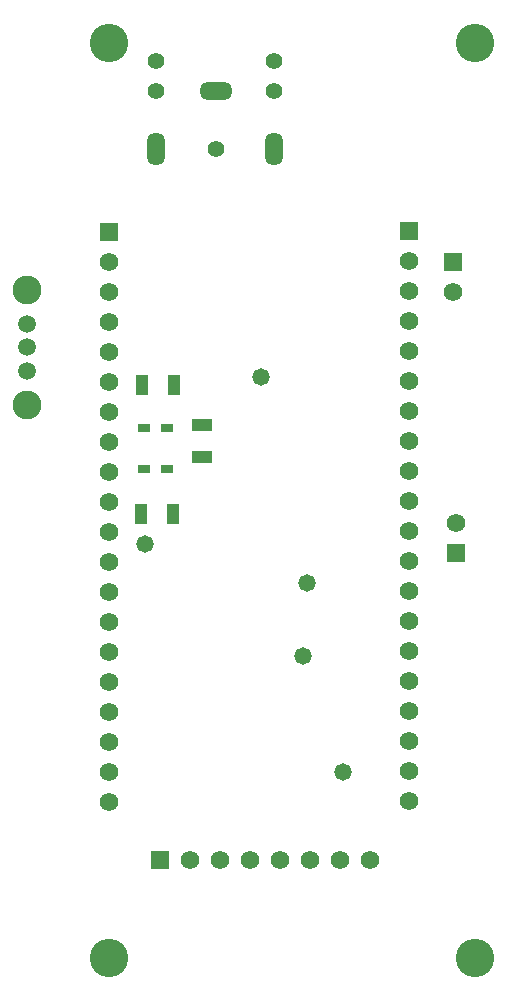
<source format=gbs>
%FSTAX23Y23*%
%MOIN*%
%SFA1B1*%

%IPPOS*%
%ADD34C,0.055240*%
%ADD35O,0.059500X0.110990*%
%ADD36O,0.110990X0.059500*%
%ADD37C,0.059500*%
%ADD38C,0.096580*%
%ADD39C,0.061810*%
%ADD40R,0.061810X0.061810*%
%ADD41R,0.061810X0.061810*%
%ADD42C,0.128000*%
%ADD43C,0.058000*%
%ADD54R,0.043430X0.070990*%
%ADD55R,0.039500X0.027690*%
%ADD56R,0.070990X0.043430*%
%LNpcb1-1*%
%LPD*%
G54D34*
X03973Y04126D03*
Y04225D03*
X0417Y0393D03*
X04366Y04126D03*
Y04225D03*
G54D35*
X04366Y0393D03*
X03973D03*
G54D36*
X0417Y04126D03*
G54D37*
X0354Y0327D03*
Y03191D03*
Y03348D03*
G54D38*
X0354Y03079D03*
Y0346D03*
G54D39*
X04685Y0156D03*
X04585D03*
X04485D03*
X04385D03*
X04285D03*
X04185D03*
X04085D03*
X03815Y03555D03*
Y03455D03*
Y03355D03*
Y03255D03*
Y03155D03*
Y03055D03*
Y02955D03*
Y02855D03*
Y02755D03*
Y02655D03*
Y02555D03*
Y02455D03*
Y02355D03*
Y02255D03*
Y02155D03*
Y02055D03*
Y01955D03*
Y01855D03*
Y01755D03*
X04815Y03557D03*
Y03457D03*
Y03357D03*
Y03257D03*
Y03157D03*
Y03057D03*
Y02957D03*
Y02857D03*
Y02757D03*
Y02657D03*
Y02557D03*
Y02457D03*
Y02357D03*
Y02257D03*
Y02157D03*
Y02057D03*
Y01957D03*
Y01857D03*
Y01757D03*
X0497Y02685D03*
X0496Y03455D03*
G54D40*
X03985Y0156D03*
G54D41*
X03815Y03655D03*
X04815Y03657D03*
X0497Y02585D03*
X0496Y03555D03*
G54D42*
X03815Y04285D03*
X05035D03*
Y01235D03*
X03815D03*
G54D43*
X04475Y02485D03*
X0446Y0224D03*
X04595Y01855D03*
X03935Y02615D03*
X0432Y0317D03*
G54D54*
X03921Y02715D03*
X04028D03*
X04033Y03145D03*
X03926D03*
G54D55*
X04009Y02865D03*
X0393D03*
Y03D03*
X04009D03*
G54D56*
X04125Y03013D03*
Y02906D03*
M02*
</source>
